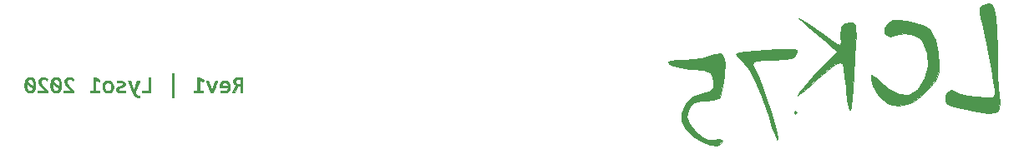
<source format=gbr>
%TF.GenerationSoftware,KiCad,Pcbnew,(5.1.7)-1*%
%TF.CreationDate,2020-10-01T02:14:01-04:00*%
%TF.ProjectId,LCK75,4c434b37-352e-46b6-9963-61645f706362,rev?*%
%TF.SameCoordinates,Original*%
%TF.FileFunction,Legend,Bot*%
%TF.FilePolarity,Positive*%
%FSLAX46Y46*%
G04 Gerber Fmt 4.6, Leading zero omitted, Abs format (unit mm)*
G04 Created by KiCad (PCBNEW (5.1.7)-1) date 2020-10-01 02:14:01*
%MOMM*%
%LPD*%
G01*
G04 APERTURE LIST*
%ADD10C,0.010000*%
G04 APERTURE END LIST*
D10*
%TO.C,G\u002A\u002A\u002A*%
G36*
X85134791Y-140144932D02*
G01*
X85101737Y-140146842D01*
X85085324Y-140151153D01*
X85081177Y-140158784D01*
X85083278Y-140166725D01*
X85089483Y-140182909D01*
X85103757Y-140220332D01*
X85125150Y-140276488D01*
X85152707Y-140348874D01*
X85185475Y-140434984D01*
X85222500Y-140532314D01*
X85262830Y-140638359D01*
X85294765Y-140722350D01*
X85357880Y-140887325D01*
X85413537Y-141030295D01*
X85462668Y-141153227D01*
X85506204Y-141258090D01*
X85545078Y-141346851D01*
X85580221Y-141421480D01*
X85612565Y-141483945D01*
X85643041Y-141536213D01*
X85672582Y-141580254D01*
X85702119Y-141618035D01*
X85732583Y-141651525D01*
X85736469Y-141655474D01*
X85813254Y-141723715D01*
X85890703Y-141771880D01*
X85974845Y-141802390D01*
X86071703Y-141817667D01*
X86147275Y-141820589D01*
X86245700Y-141820900D01*
X86245700Y-141634866D01*
X86140925Y-141635808D01*
X86085402Y-141635255D01*
X86046382Y-141631181D01*
X86015026Y-141621763D01*
X85982493Y-141605176D01*
X85977026Y-141601993D01*
X85933897Y-141571455D01*
X85893611Y-141534680D01*
X85880260Y-141519443D01*
X85854704Y-141483091D01*
X85827791Y-141438704D01*
X85803234Y-141393233D01*
X85784747Y-141353632D01*
X85776042Y-141326853D01*
X85775800Y-141323844D01*
X85780361Y-141309321D01*
X85793440Y-141273552D01*
X85814131Y-141218877D01*
X85841529Y-141147638D01*
X85874727Y-141062176D01*
X85912821Y-140964830D01*
X85954905Y-140857944D01*
X86000072Y-140743856D01*
X86004400Y-140732955D01*
X86049744Y-140618658D01*
X86092098Y-140511649D01*
X86130560Y-140414224D01*
X86164230Y-140328679D01*
X86192205Y-140257308D01*
X86213585Y-140202408D01*
X86227466Y-140166273D01*
X86232949Y-140151201D01*
X86233000Y-140150933D01*
X86221233Y-140148157D01*
X86189658Y-140146033D01*
X86143865Y-140144856D01*
X86115525Y-140144719D01*
X85998050Y-140144938D01*
X85833707Y-140586044D01*
X85795842Y-140687648D01*
X85760327Y-140782892D01*
X85728247Y-140868875D01*
X85700685Y-140942695D01*
X85678724Y-141001449D01*
X85663448Y-141042235D01*
X85655941Y-141062151D01*
X85655907Y-141062240D01*
X85651752Y-141069731D01*
X85646517Y-141070479D01*
X85639342Y-141062421D01*
X85629364Y-141043499D01*
X85615723Y-141011650D01*
X85597556Y-140964815D01*
X85574003Y-140900933D01*
X85544201Y-140817943D01*
X85507291Y-140713785D01*
X85491332Y-140668540D01*
X85455623Y-140567354D01*
X85421877Y-140471992D01*
X85391197Y-140385547D01*
X85364682Y-140311111D01*
X85343436Y-140251779D01*
X85328559Y-140210642D01*
X85321678Y-140192125D01*
X85303143Y-140144500D01*
X85188863Y-140144500D01*
X85134791Y-140144932D01*
G37*
X85134791Y-140144932D02*
X85101737Y-140146842D01*
X85085324Y-140151153D01*
X85081177Y-140158784D01*
X85083278Y-140166725D01*
X85089483Y-140182909D01*
X85103757Y-140220332D01*
X85125150Y-140276488D01*
X85152707Y-140348874D01*
X85185475Y-140434984D01*
X85222500Y-140532314D01*
X85262830Y-140638359D01*
X85294765Y-140722350D01*
X85357880Y-140887325D01*
X85413537Y-141030295D01*
X85462668Y-141153227D01*
X85506204Y-141258090D01*
X85545078Y-141346851D01*
X85580221Y-141421480D01*
X85612565Y-141483945D01*
X85643041Y-141536213D01*
X85672582Y-141580254D01*
X85702119Y-141618035D01*
X85732583Y-141651525D01*
X85736469Y-141655474D01*
X85813254Y-141723715D01*
X85890703Y-141771880D01*
X85974845Y-141802390D01*
X86071703Y-141817667D01*
X86147275Y-141820589D01*
X86245700Y-141820900D01*
X86245700Y-141634866D01*
X86140925Y-141635808D01*
X86085402Y-141635255D01*
X86046382Y-141631181D01*
X86015026Y-141621763D01*
X85982493Y-141605176D01*
X85977026Y-141601993D01*
X85933897Y-141571455D01*
X85893611Y-141534680D01*
X85880260Y-141519443D01*
X85854704Y-141483091D01*
X85827791Y-141438704D01*
X85803234Y-141393233D01*
X85784747Y-141353632D01*
X85776042Y-141326853D01*
X85775800Y-141323844D01*
X85780361Y-141309321D01*
X85793440Y-141273552D01*
X85814131Y-141218877D01*
X85841529Y-141147638D01*
X85874727Y-141062176D01*
X85912821Y-140964830D01*
X85954905Y-140857944D01*
X86000072Y-140743856D01*
X86004400Y-140732955D01*
X86049744Y-140618658D01*
X86092098Y-140511649D01*
X86130560Y-140414224D01*
X86164230Y-140328679D01*
X86192205Y-140257308D01*
X86213585Y-140202408D01*
X86227466Y-140166273D01*
X86232949Y-140151201D01*
X86233000Y-140150933D01*
X86221233Y-140148157D01*
X86189658Y-140146033D01*
X86143865Y-140144856D01*
X86115525Y-140144719D01*
X85998050Y-140144938D01*
X85833707Y-140586044D01*
X85795842Y-140687648D01*
X85760327Y-140782892D01*
X85728247Y-140868875D01*
X85700685Y-140942695D01*
X85678724Y-141001449D01*
X85663448Y-141042235D01*
X85655941Y-141062151D01*
X85655907Y-141062240D01*
X85651752Y-141069731D01*
X85646517Y-141070479D01*
X85639342Y-141062421D01*
X85629364Y-141043499D01*
X85615723Y-141011650D01*
X85597556Y-140964815D01*
X85574003Y-140900933D01*
X85544201Y-140817943D01*
X85507291Y-140713785D01*
X85491332Y-140668540D01*
X85455623Y-140567354D01*
X85421877Y-140471992D01*
X85391197Y-140385547D01*
X85364682Y-140311111D01*
X85343436Y-140251779D01*
X85328559Y-140210642D01*
X85321678Y-140192125D01*
X85303143Y-140144500D01*
X85188863Y-140144500D01*
X85134791Y-140144932D01*
G36*
X89509600Y-141808200D02*
G01*
X89700100Y-141808200D01*
X89700100Y-139407900D01*
X89509600Y-139407900D01*
X89509600Y-141808200D01*
G37*
X89509600Y-141808200D02*
X89700100Y-141808200D01*
X89700100Y-139407900D01*
X89509600Y-139407900D01*
X89509600Y-141808200D01*
G36*
X94790983Y-140126228D02*
G01*
X94743939Y-140128396D01*
X94708053Y-140133548D01*
X94676208Y-140142825D01*
X94641288Y-140157371D01*
X94631075Y-140162042D01*
X94539734Y-140217459D01*
X94465847Y-140291077D01*
X94409681Y-140382394D01*
X94371501Y-140490908D01*
X94351575Y-140616118D01*
X94348488Y-140693775D01*
X94348300Y-140804900D01*
X95177328Y-140804900D01*
X95170623Y-140878844D01*
X95151797Y-140969142D01*
X95112705Y-141044338D01*
X95052734Y-141105293D01*
X94976950Y-141150294D01*
X94945297Y-141163387D01*
X94914089Y-141171837D01*
X94876640Y-141176542D01*
X94826264Y-141178399D01*
X94767400Y-141178400D01*
X94661013Y-141174936D01*
X94568675Y-141165535D01*
X94479467Y-141148924D01*
X94445797Y-141140878D01*
X94410570Y-141132037D01*
X94418150Y-141305595D01*
X94494350Y-141322185D01*
X94541694Y-141329678D01*
X94605848Y-141335963D01*
X94680643Y-141340843D01*
X94759911Y-141344117D01*
X94837483Y-141345588D01*
X94907190Y-141345055D01*
X94962863Y-141342321D01*
X94993762Y-141338288D01*
X95094375Y-141305411D01*
X95185289Y-141253255D01*
X95262186Y-141185126D01*
X95320752Y-141104335D01*
X95334654Y-141076923D01*
X95369444Y-140976943D01*
X95390681Y-140863204D01*
X95397857Y-140743742D01*
X95392099Y-140652500D01*
X95177104Y-140652500D01*
X94560703Y-140652500D01*
X94568898Y-140579475D01*
X94588602Y-140491056D01*
X94625216Y-140414331D01*
X94676220Y-140353802D01*
X94708629Y-140329579D01*
X94746263Y-140308625D01*
X94780486Y-140296988D01*
X94821875Y-140292009D01*
X94861812Y-140291056D01*
X94914101Y-140292192D01*
X94951578Y-140298027D01*
X94984743Y-140311153D01*
X95016027Y-140329141D01*
X95055617Y-140357678D01*
X95086105Y-140391501D01*
X95114938Y-140439262D01*
X95121201Y-140451325D01*
X95143967Y-140502442D01*
X95161801Y-140554378D01*
X95170477Y-140593709D01*
X95177104Y-140652500D01*
X95392099Y-140652500D01*
X95390463Y-140626594D01*
X95369578Y-140525098D01*
X95324404Y-140410409D01*
X95261545Y-140311133D01*
X95182780Y-140229459D01*
X95089885Y-140167577D01*
X95072200Y-140158895D01*
X95038332Y-140144372D01*
X95006656Y-140134867D01*
X94970263Y-140129323D01*
X94922245Y-140126687D01*
X94856300Y-140125903D01*
X94790983Y-140126228D01*
G37*
X94790983Y-140126228D02*
X94743939Y-140128396D01*
X94708053Y-140133548D01*
X94676208Y-140142825D01*
X94641288Y-140157371D01*
X94631075Y-140162042D01*
X94539734Y-140217459D01*
X94465847Y-140291077D01*
X94409681Y-140382394D01*
X94371501Y-140490908D01*
X94351575Y-140616118D01*
X94348488Y-140693775D01*
X94348300Y-140804900D01*
X95177328Y-140804900D01*
X95170623Y-140878844D01*
X95151797Y-140969142D01*
X95112705Y-141044338D01*
X95052734Y-141105293D01*
X94976950Y-141150294D01*
X94945297Y-141163387D01*
X94914089Y-141171837D01*
X94876640Y-141176542D01*
X94826264Y-141178399D01*
X94767400Y-141178400D01*
X94661013Y-141174936D01*
X94568675Y-141165535D01*
X94479467Y-141148924D01*
X94445797Y-141140878D01*
X94410570Y-141132037D01*
X94418150Y-141305595D01*
X94494350Y-141322185D01*
X94541694Y-141329678D01*
X94605848Y-141335963D01*
X94680643Y-141340843D01*
X94759911Y-141344117D01*
X94837483Y-141345588D01*
X94907190Y-141345055D01*
X94962863Y-141342321D01*
X94993762Y-141338288D01*
X95094375Y-141305411D01*
X95185289Y-141253255D01*
X95262186Y-141185126D01*
X95320752Y-141104335D01*
X95334654Y-141076923D01*
X95369444Y-140976943D01*
X95390681Y-140863204D01*
X95397857Y-140743742D01*
X95392099Y-140652500D01*
X95177104Y-140652500D01*
X94560703Y-140652500D01*
X94568898Y-140579475D01*
X94588602Y-140491056D01*
X94625216Y-140414331D01*
X94676220Y-140353802D01*
X94708629Y-140329579D01*
X94746263Y-140308625D01*
X94780486Y-140296988D01*
X94821875Y-140292009D01*
X94861812Y-140291056D01*
X94914101Y-140292192D01*
X94951578Y-140298027D01*
X94984743Y-140311153D01*
X95016027Y-140329141D01*
X95055617Y-140357678D01*
X95086105Y-140391501D01*
X95114938Y-140439262D01*
X95121201Y-140451325D01*
X95143967Y-140502442D01*
X95161801Y-140554378D01*
X95170477Y-140593709D01*
X95177104Y-140652500D01*
X95392099Y-140652500D01*
X95390463Y-140626594D01*
X95369578Y-140525098D01*
X95324404Y-140410409D01*
X95261545Y-140311133D01*
X95182780Y-140229459D01*
X95089885Y-140167577D01*
X95072200Y-140158895D01*
X95038332Y-140144372D01*
X95006656Y-140134867D01*
X94970263Y-140129323D01*
X94922245Y-140126687D01*
X94856300Y-140125903D01*
X94790983Y-140126228D01*
G36*
X84169794Y-140122571D02*
G01*
X84092950Y-140129642D01*
X84074000Y-140132377D01*
X84016710Y-140141556D01*
X83979856Y-140149917D01*
X83958948Y-140161514D01*
X83949494Y-140180397D01*
X83947001Y-140210620D01*
X83947000Y-140246955D01*
X83947735Y-140290541D01*
X83949665Y-140322027D01*
X83952385Y-140334955D01*
X83952562Y-140335000D01*
X83966770Y-140332231D01*
X83998866Y-140324951D01*
X84042069Y-140314701D01*
X84044637Y-140314081D01*
X84102951Y-140303676D01*
X84176458Y-140296019D01*
X84255013Y-140292105D01*
X84270850Y-140291856D01*
X84357270Y-140293816D01*
X84422741Y-140302486D01*
X84471160Y-140319295D01*
X84506424Y-140345674D01*
X84532430Y-140383052D01*
X84535396Y-140388922D01*
X84551456Y-140435109D01*
X84550526Y-140476113D01*
X84531152Y-140513368D01*
X84491876Y-140548307D01*
X84431242Y-140582363D01*
X84347795Y-140616970D01*
X84279536Y-140640802D01*
X84162251Y-140682296D01*
X84068084Y-140722282D01*
X83994990Y-140762700D01*
X83940922Y-140805491D01*
X83903833Y-140852596D01*
X83881678Y-140905956D01*
X83872410Y-140967512D01*
X83873046Y-141026336D01*
X83879300Y-141081212D01*
X83892179Y-141122584D01*
X83915378Y-141162179D01*
X83916238Y-141163413D01*
X83969495Y-141221912D01*
X84039951Y-141273646D01*
X84119424Y-141312911D01*
X84141933Y-141320815D01*
X84191650Y-141331651D01*
X84259917Y-141339693D01*
X84340022Y-141344775D01*
X84425253Y-141346732D01*
X84508897Y-141345398D01*
X84584241Y-141340607D01*
X84639940Y-141333102D01*
X84701834Y-141321380D01*
X84743117Y-141311612D01*
X84767945Y-141300106D01*
X84780471Y-141283174D01*
X84784852Y-141257125D01*
X84785241Y-141218269D01*
X84785200Y-141204094D01*
X84784540Y-141158788D01*
X84782794Y-141125362D01*
X84780316Y-141110052D01*
X84779853Y-141109700D01*
X84765959Y-141112500D01*
X84733226Y-141120002D01*
X84687486Y-141130854D01*
X84662378Y-141136916D01*
X84580895Y-141152475D01*
X84491795Y-141162420D01*
X84401472Y-141166663D01*
X84316316Y-141165118D01*
X84242720Y-141157695D01*
X84187076Y-141144308D01*
X84184855Y-141143471D01*
X84130105Y-141111868D01*
X84097427Y-141067745D01*
X84086700Y-141011556D01*
X84090501Y-140978962D01*
X84103663Y-140950542D01*
X84128827Y-140924552D01*
X84168633Y-140899247D01*
X84225721Y-140872881D01*
X84302731Y-140843710D01*
X84381138Y-140816955D01*
X84469135Y-140786474D01*
X84537335Y-140759163D01*
X84590665Y-140732364D01*
X84634050Y-140703416D01*
X84672416Y-140669660D01*
X84692405Y-140648904D01*
X84732681Y-140595743D01*
X84755332Y-140539577D01*
X84758216Y-140527357D01*
X84764757Y-140441678D01*
X84747674Y-140361765D01*
X84708458Y-140289602D01*
X84648603Y-140227172D01*
X84569599Y-140176460D01*
X84472940Y-140139450D01*
X84464779Y-140137218D01*
X84408788Y-140127314D01*
X84335661Y-140121506D01*
X84253347Y-140119892D01*
X84169794Y-140122571D01*
G37*
X84169794Y-140122571D02*
X84092950Y-140129642D01*
X84074000Y-140132377D01*
X84016710Y-140141556D01*
X83979856Y-140149917D01*
X83958948Y-140161514D01*
X83949494Y-140180397D01*
X83947001Y-140210620D01*
X83947000Y-140246955D01*
X83947735Y-140290541D01*
X83949665Y-140322027D01*
X83952385Y-140334955D01*
X83952562Y-140335000D01*
X83966770Y-140332231D01*
X83998866Y-140324951D01*
X84042069Y-140314701D01*
X84044637Y-140314081D01*
X84102951Y-140303676D01*
X84176458Y-140296019D01*
X84255013Y-140292105D01*
X84270850Y-140291856D01*
X84357270Y-140293816D01*
X84422741Y-140302486D01*
X84471160Y-140319295D01*
X84506424Y-140345674D01*
X84532430Y-140383052D01*
X84535396Y-140388922D01*
X84551456Y-140435109D01*
X84550526Y-140476113D01*
X84531152Y-140513368D01*
X84491876Y-140548307D01*
X84431242Y-140582363D01*
X84347795Y-140616970D01*
X84279536Y-140640802D01*
X84162251Y-140682296D01*
X84068084Y-140722282D01*
X83994990Y-140762700D01*
X83940922Y-140805491D01*
X83903833Y-140852596D01*
X83881678Y-140905956D01*
X83872410Y-140967512D01*
X83873046Y-141026336D01*
X83879300Y-141081212D01*
X83892179Y-141122584D01*
X83915378Y-141162179D01*
X83916238Y-141163413D01*
X83969495Y-141221912D01*
X84039951Y-141273646D01*
X84119424Y-141312911D01*
X84141933Y-141320815D01*
X84191650Y-141331651D01*
X84259917Y-141339693D01*
X84340022Y-141344775D01*
X84425253Y-141346732D01*
X84508897Y-141345398D01*
X84584241Y-141340607D01*
X84639940Y-141333102D01*
X84701834Y-141321380D01*
X84743117Y-141311612D01*
X84767945Y-141300106D01*
X84780471Y-141283174D01*
X84784852Y-141257125D01*
X84785241Y-141218269D01*
X84785200Y-141204094D01*
X84784540Y-141158788D01*
X84782794Y-141125362D01*
X84780316Y-141110052D01*
X84779853Y-141109700D01*
X84765959Y-141112500D01*
X84733226Y-141120002D01*
X84687486Y-141130854D01*
X84662378Y-141136916D01*
X84580895Y-141152475D01*
X84491795Y-141162420D01*
X84401472Y-141166663D01*
X84316316Y-141165118D01*
X84242720Y-141157695D01*
X84187076Y-141144308D01*
X84184855Y-141143471D01*
X84130105Y-141111868D01*
X84097427Y-141067745D01*
X84086700Y-141011556D01*
X84090501Y-140978962D01*
X84103663Y-140950542D01*
X84128827Y-140924552D01*
X84168633Y-140899247D01*
X84225721Y-140872881D01*
X84302731Y-140843710D01*
X84381138Y-140816955D01*
X84469135Y-140786474D01*
X84537335Y-140759163D01*
X84590665Y-140732364D01*
X84634050Y-140703416D01*
X84672416Y-140669660D01*
X84692405Y-140648904D01*
X84732681Y-140595743D01*
X84755332Y-140539577D01*
X84758216Y-140527357D01*
X84764757Y-140441678D01*
X84747674Y-140361765D01*
X84708458Y-140289602D01*
X84648603Y-140227172D01*
X84569599Y-140176460D01*
X84472940Y-140139450D01*
X84464779Y-140137218D01*
X84408788Y-140127314D01*
X84335661Y-140121506D01*
X84253347Y-140119892D01*
X84169794Y-140122571D01*
G36*
X83013550Y-140125978D02*
G01*
X82916201Y-140129514D01*
X82837643Y-140140672D01*
X82771908Y-140161409D01*
X82713025Y-140193682D01*
X82655026Y-140239449D01*
X82647929Y-140245861D01*
X82581021Y-140319184D01*
X82531310Y-140402507D01*
X82497669Y-140498921D01*
X82478973Y-140611513D01*
X82473988Y-140722856D01*
X82483414Y-140859784D01*
X82511626Y-140982283D01*
X82557896Y-141089240D01*
X82621493Y-141179544D01*
X82701686Y-141252081D01*
X82797744Y-141305738D01*
X82873344Y-141331289D01*
X82944780Y-141343947D01*
X83026868Y-141349283D01*
X83108994Y-141347224D01*
X83180544Y-141337695D01*
X83197700Y-141333552D01*
X83303780Y-141292456D01*
X83393165Y-141232595D01*
X83465412Y-141154725D01*
X83520078Y-141059602D01*
X83556718Y-140947982D01*
X83574890Y-140820621D01*
X83574921Y-140741400D01*
X83355964Y-140741400D01*
X83355837Y-140808608D01*
X83354268Y-140856979D01*
X83350193Y-140893070D01*
X83342551Y-140923443D01*
X83330281Y-140954655D01*
X83316683Y-140984078D01*
X83268252Y-141062927D01*
X83207786Y-141119585D01*
X83134444Y-141154532D01*
X83047383Y-141168249D01*
X82996196Y-141167135D01*
X82919512Y-141154204D01*
X82859135Y-141128240D01*
X82794410Y-141078081D01*
X82745814Y-141012226D01*
X82712828Y-140929332D01*
X82694934Y-140828055D01*
X82691613Y-140707053D01*
X82692003Y-140695349D01*
X82702213Y-140586416D01*
X82724576Y-140497940D01*
X82760301Y-140427454D01*
X82810594Y-140372496D01*
X82868833Y-140334518D01*
X82951474Y-140305258D01*
X83035926Y-140299139D01*
X83118108Y-140314594D01*
X83193937Y-140350057D01*
X83259331Y-140403962D01*
X83310207Y-140474743D01*
X83326677Y-140510162D01*
X83339386Y-140545983D01*
X83347833Y-140581754D01*
X83352857Y-140624096D01*
X83355297Y-140679628D01*
X83355964Y-140741400D01*
X83574921Y-140741400D01*
X83574942Y-140690650D01*
X83557341Y-140557229D01*
X83521095Y-140440912D01*
X83465941Y-140341267D01*
X83391612Y-140257866D01*
X83297843Y-140190278D01*
X83250782Y-140165639D01*
X83213159Y-140148486D01*
X83181888Y-140137086D01*
X83150116Y-140130294D01*
X83110986Y-140126962D01*
X83057642Y-140125945D01*
X83013550Y-140125978D01*
G37*
X83013550Y-140125978D02*
X82916201Y-140129514D01*
X82837643Y-140140672D01*
X82771908Y-140161409D01*
X82713025Y-140193682D01*
X82655026Y-140239449D01*
X82647929Y-140245861D01*
X82581021Y-140319184D01*
X82531310Y-140402507D01*
X82497669Y-140498921D01*
X82478973Y-140611513D01*
X82473988Y-140722856D01*
X82483414Y-140859784D01*
X82511626Y-140982283D01*
X82557896Y-141089240D01*
X82621493Y-141179544D01*
X82701686Y-141252081D01*
X82797744Y-141305738D01*
X82873344Y-141331289D01*
X82944780Y-141343947D01*
X83026868Y-141349283D01*
X83108994Y-141347224D01*
X83180544Y-141337695D01*
X83197700Y-141333552D01*
X83303780Y-141292456D01*
X83393165Y-141232595D01*
X83465412Y-141154725D01*
X83520078Y-141059602D01*
X83556718Y-140947982D01*
X83574890Y-140820621D01*
X83574921Y-140741400D01*
X83355964Y-140741400D01*
X83355837Y-140808608D01*
X83354268Y-140856979D01*
X83350193Y-140893070D01*
X83342551Y-140923443D01*
X83330281Y-140954655D01*
X83316683Y-140984078D01*
X83268252Y-141062927D01*
X83207786Y-141119585D01*
X83134444Y-141154532D01*
X83047383Y-141168249D01*
X82996196Y-141167135D01*
X82919512Y-141154204D01*
X82859135Y-141128240D01*
X82794410Y-141078081D01*
X82745814Y-141012226D01*
X82712828Y-140929332D01*
X82694934Y-140828055D01*
X82691613Y-140707053D01*
X82692003Y-140695349D01*
X82702213Y-140586416D01*
X82724576Y-140497940D01*
X82760301Y-140427454D01*
X82810594Y-140372496D01*
X82868833Y-140334518D01*
X82951474Y-140305258D01*
X83035926Y-140299139D01*
X83118108Y-140314594D01*
X83193937Y-140350057D01*
X83259331Y-140403962D01*
X83310207Y-140474743D01*
X83326677Y-140510162D01*
X83339386Y-140545983D01*
X83347833Y-140581754D01*
X83352857Y-140624096D01*
X83355297Y-140679628D01*
X83355964Y-140741400D01*
X83574921Y-140741400D01*
X83574942Y-140690650D01*
X83557341Y-140557229D01*
X83521095Y-140440912D01*
X83465941Y-140341267D01*
X83391612Y-140257866D01*
X83297843Y-140190278D01*
X83250782Y-140165639D01*
X83213159Y-140148486D01*
X83181888Y-140137086D01*
X83150116Y-140130294D01*
X83110986Y-140126962D01*
X83057642Y-140125945D01*
X83013550Y-140125978D01*
G36*
X77679750Y-139770313D02*
G01*
X77634664Y-139772627D01*
X77600074Y-139778171D01*
X77568534Y-139788328D01*
X77532592Y-139804479D01*
X77518186Y-139811513D01*
X77428678Y-139868493D01*
X77353921Y-139944310D01*
X77293653Y-140039498D01*
X77247613Y-140154592D01*
X77215537Y-140290125D01*
X77197164Y-140446631D01*
X77195827Y-140467540D01*
X77194308Y-140628820D01*
X77208855Y-140777606D01*
X77238786Y-140912432D01*
X77283419Y-141031831D01*
X77342073Y-141134340D01*
X77414065Y-141218492D01*
X77498714Y-141282822D01*
X77595163Y-141325809D01*
X77665000Y-141341185D01*
X77745288Y-141348981D01*
X77824833Y-141348700D01*
X77892443Y-141339845D01*
X77895450Y-141339134D01*
X77995869Y-141302149D01*
X78083707Y-141243260D01*
X78158679Y-141162791D01*
X78220499Y-141061065D01*
X78268881Y-140938405D01*
X78278291Y-140906500D01*
X78279594Y-140901049D01*
X78051674Y-140901049D01*
X78045502Y-140924933D01*
X78036339Y-140949604D01*
X77997108Y-141031452D01*
X77948658Y-141092179D01*
X77887603Y-141135384D01*
X77843916Y-141154250D01*
X77773610Y-141170869D01*
X77705658Y-141167083D01*
X77672214Y-141158703D01*
X77601812Y-141124545D01*
X77540175Y-141067646D01*
X77488508Y-140989516D01*
X77448018Y-140891664D01*
X77441396Y-140869960D01*
X77432521Y-140829455D01*
X77424480Y-140774929D01*
X77417565Y-140711371D01*
X77412068Y-140643770D01*
X77408281Y-140577116D01*
X77406497Y-140516396D01*
X77407006Y-140466601D01*
X77410102Y-140432719D01*
X77415073Y-140420100D01*
X77427826Y-140425628D01*
X77458003Y-140444878D01*
X77502978Y-140475984D01*
X77560122Y-140517079D01*
X77626807Y-140566297D01*
X77700403Y-140621770D01*
X77718388Y-140635491D01*
X77794186Y-140693401D01*
X77864326Y-140746903D01*
X77926012Y-140793871D01*
X77976445Y-140832177D01*
X78012831Y-140859695D01*
X78032371Y-140874297D01*
X78033933Y-140875426D01*
X78047906Y-140887269D01*
X78051674Y-140901049D01*
X78279594Y-140901049D01*
X78286719Y-140871261D01*
X78292914Y-140831960D01*
X78297187Y-140784127D01*
X78299845Y-140723291D01*
X78301198Y-140644980D01*
X78301319Y-140618651D01*
X78104375Y-140618651D01*
X78102266Y-140651447D01*
X78100574Y-140658416D01*
X78098182Y-140665639D01*
X78095520Y-140670766D01*
X78090380Y-140672369D01*
X78080558Y-140669021D01*
X78063847Y-140659296D01*
X78038042Y-140641767D01*
X78000937Y-140615006D01*
X77950326Y-140577588D01*
X77884002Y-140528085D01*
X77799761Y-140465069D01*
X77787500Y-140455902D01*
X77713393Y-140400552D01*
X77644620Y-140349294D01*
X77584211Y-140304378D01*
X77535200Y-140268054D01*
X77500617Y-140242576D01*
X77483918Y-140230486D01*
X77453385Y-140209216D01*
X77476327Y-140148283D01*
X77508245Y-140088125D01*
X77554479Y-140031854D01*
X77608454Y-139985965D01*
X77663591Y-139956948D01*
X77673091Y-139954029D01*
X77757233Y-139942995D01*
X77835369Y-139955777D01*
X77906036Y-139991203D01*
X77967769Y-140048096D01*
X78019104Y-140125284D01*
X78058576Y-140221592D01*
X78072967Y-140274641D01*
X78081312Y-140319830D01*
X78088982Y-140377790D01*
X78095550Y-140442587D01*
X78100590Y-140508286D01*
X78103673Y-140568952D01*
X78104375Y-140618651D01*
X78301319Y-140618651D01*
X78301545Y-140569950D01*
X78301388Y-140480200D01*
X78300406Y-140411002D01*
X78298206Y-140357508D01*
X78294392Y-140314872D01*
X78288567Y-140278249D01*
X78280338Y-140242793D01*
X78272566Y-140214795D01*
X78226345Y-140087745D01*
X78167168Y-139982064D01*
X78094397Y-139896908D01*
X78007391Y-139831431D01*
X77965300Y-139809049D01*
X77926553Y-139791542D01*
X77893863Y-139780190D01*
X77859740Y-139773672D01*
X77816696Y-139770670D01*
X77757241Y-139769863D01*
X77742783Y-139769850D01*
X77679750Y-139770313D01*
G37*
X77679750Y-139770313D02*
X77634664Y-139772627D01*
X77600074Y-139778171D01*
X77568534Y-139788328D01*
X77532592Y-139804479D01*
X77518186Y-139811513D01*
X77428678Y-139868493D01*
X77353921Y-139944310D01*
X77293653Y-140039498D01*
X77247613Y-140154592D01*
X77215537Y-140290125D01*
X77197164Y-140446631D01*
X77195827Y-140467540D01*
X77194308Y-140628820D01*
X77208855Y-140777606D01*
X77238786Y-140912432D01*
X77283419Y-141031831D01*
X77342073Y-141134340D01*
X77414065Y-141218492D01*
X77498714Y-141282822D01*
X77595163Y-141325809D01*
X77665000Y-141341185D01*
X77745288Y-141348981D01*
X77824833Y-141348700D01*
X77892443Y-141339845D01*
X77895450Y-141339134D01*
X77995869Y-141302149D01*
X78083707Y-141243260D01*
X78158679Y-141162791D01*
X78220499Y-141061065D01*
X78268881Y-140938405D01*
X78278291Y-140906500D01*
X78279594Y-140901049D01*
X78051674Y-140901049D01*
X78045502Y-140924933D01*
X78036339Y-140949604D01*
X77997108Y-141031452D01*
X77948658Y-141092179D01*
X77887603Y-141135384D01*
X77843916Y-141154250D01*
X77773610Y-141170869D01*
X77705658Y-141167083D01*
X77672214Y-141158703D01*
X77601812Y-141124545D01*
X77540175Y-141067646D01*
X77488508Y-140989516D01*
X77448018Y-140891664D01*
X77441396Y-140869960D01*
X77432521Y-140829455D01*
X77424480Y-140774929D01*
X77417565Y-140711371D01*
X77412068Y-140643770D01*
X77408281Y-140577116D01*
X77406497Y-140516396D01*
X77407006Y-140466601D01*
X77410102Y-140432719D01*
X77415073Y-140420100D01*
X77427826Y-140425628D01*
X77458003Y-140444878D01*
X77502978Y-140475984D01*
X77560122Y-140517079D01*
X77626807Y-140566297D01*
X77700403Y-140621770D01*
X77718388Y-140635491D01*
X77794186Y-140693401D01*
X77864326Y-140746903D01*
X77926012Y-140793871D01*
X77976445Y-140832177D01*
X78012831Y-140859695D01*
X78032371Y-140874297D01*
X78033933Y-140875426D01*
X78047906Y-140887269D01*
X78051674Y-140901049D01*
X78279594Y-140901049D01*
X78286719Y-140871261D01*
X78292914Y-140831960D01*
X78297187Y-140784127D01*
X78299845Y-140723291D01*
X78301198Y-140644980D01*
X78301319Y-140618651D01*
X78104375Y-140618651D01*
X78102266Y-140651447D01*
X78100574Y-140658416D01*
X78098182Y-140665639D01*
X78095520Y-140670766D01*
X78090380Y-140672369D01*
X78080558Y-140669021D01*
X78063847Y-140659296D01*
X78038042Y-140641767D01*
X78000937Y-140615006D01*
X77950326Y-140577588D01*
X77884002Y-140528085D01*
X77799761Y-140465069D01*
X77787500Y-140455902D01*
X77713393Y-140400552D01*
X77644620Y-140349294D01*
X77584211Y-140304378D01*
X77535200Y-140268054D01*
X77500617Y-140242576D01*
X77483918Y-140230486D01*
X77453385Y-140209216D01*
X77476327Y-140148283D01*
X77508245Y-140088125D01*
X77554479Y-140031854D01*
X77608454Y-139985965D01*
X77663591Y-139956948D01*
X77673091Y-139954029D01*
X77757233Y-139942995D01*
X77835369Y-139955777D01*
X77906036Y-139991203D01*
X77967769Y-140048096D01*
X78019104Y-140125284D01*
X78058576Y-140221592D01*
X78072967Y-140274641D01*
X78081312Y-140319830D01*
X78088982Y-140377790D01*
X78095550Y-140442587D01*
X78100590Y-140508286D01*
X78103673Y-140568952D01*
X78104375Y-140618651D01*
X78301319Y-140618651D01*
X78301545Y-140569950D01*
X78301388Y-140480200D01*
X78300406Y-140411002D01*
X78298206Y-140357508D01*
X78294392Y-140314872D01*
X78288567Y-140278249D01*
X78280338Y-140242793D01*
X78272566Y-140214795D01*
X78226345Y-140087745D01*
X78167168Y-139982064D01*
X78094397Y-139896908D01*
X78007391Y-139831431D01*
X77965300Y-139809049D01*
X77926553Y-139791542D01*
X77893863Y-139780190D01*
X77859740Y-139773672D01*
X77816696Y-139770670D01*
X77757241Y-139769863D01*
X77742783Y-139769850D01*
X77679750Y-139770313D01*
G36*
X75050850Y-139770313D02*
G01*
X75005764Y-139772627D01*
X74971174Y-139778171D01*
X74939634Y-139788328D01*
X74903692Y-139804479D01*
X74889286Y-139811513D01*
X74799778Y-139868493D01*
X74725021Y-139944310D01*
X74664753Y-140039498D01*
X74618713Y-140154592D01*
X74586637Y-140290125D01*
X74568264Y-140446631D01*
X74566927Y-140467540D01*
X74565408Y-140628820D01*
X74579955Y-140777606D01*
X74609886Y-140912432D01*
X74654519Y-141031831D01*
X74713173Y-141134340D01*
X74785165Y-141218492D01*
X74869814Y-141282822D01*
X74966263Y-141325809D01*
X75036100Y-141341185D01*
X75116388Y-141348981D01*
X75195933Y-141348700D01*
X75263543Y-141339845D01*
X75266550Y-141339134D01*
X75366969Y-141302149D01*
X75454807Y-141243260D01*
X75529779Y-141162791D01*
X75591599Y-141061065D01*
X75639981Y-140938405D01*
X75649391Y-140906500D01*
X75650694Y-140901049D01*
X75422774Y-140901049D01*
X75416602Y-140924933D01*
X75407439Y-140949604D01*
X75368208Y-141031452D01*
X75319758Y-141092179D01*
X75258703Y-141135384D01*
X75215016Y-141154250D01*
X75144710Y-141170869D01*
X75076758Y-141167083D01*
X75043314Y-141158703D01*
X74972912Y-141124545D01*
X74911275Y-141067646D01*
X74859608Y-140989516D01*
X74819118Y-140891664D01*
X74812496Y-140869960D01*
X74803621Y-140829455D01*
X74795580Y-140774929D01*
X74788665Y-140711371D01*
X74783168Y-140643770D01*
X74779381Y-140577116D01*
X74777597Y-140516396D01*
X74778106Y-140466601D01*
X74781202Y-140432719D01*
X74786173Y-140420100D01*
X74798926Y-140425628D01*
X74829103Y-140444878D01*
X74874078Y-140475984D01*
X74931222Y-140517079D01*
X74997907Y-140566297D01*
X75071503Y-140621770D01*
X75089488Y-140635491D01*
X75165286Y-140693401D01*
X75235426Y-140746903D01*
X75297112Y-140793871D01*
X75347545Y-140832177D01*
X75383931Y-140859695D01*
X75403471Y-140874297D01*
X75405033Y-140875426D01*
X75419006Y-140887269D01*
X75422774Y-140901049D01*
X75650694Y-140901049D01*
X75657819Y-140871261D01*
X75664014Y-140831960D01*
X75668287Y-140784127D01*
X75670945Y-140723291D01*
X75672298Y-140644980D01*
X75672419Y-140618651D01*
X75475475Y-140618651D01*
X75473366Y-140651447D01*
X75471674Y-140658416D01*
X75469282Y-140665639D01*
X75466620Y-140670766D01*
X75461480Y-140672369D01*
X75451658Y-140669021D01*
X75434947Y-140659296D01*
X75409142Y-140641767D01*
X75372037Y-140615006D01*
X75321426Y-140577588D01*
X75255102Y-140528085D01*
X75170861Y-140465069D01*
X75158600Y-140455902D01*
X75084493Y-140400552D01*
X75015720Y-140349294D01*
X74955311Y-140304378D01*
X74906300Y-140268054D01*
X74871717Y-140242576D01*
X74855018Y-140230486D01*
X74824485Y-140209216D01*
X74847427Y-140148283D01*
X74879345Y-140088125D01*
X74925579Y-140031854D01*
X74979554Y-139985965D01*
X75034691Y-139956948D01*
X75044191Y-139954029D01*
X75128333Y-139942995D01*
X75206469Y-139955777D01*
X75277136Y-139991203D01*
X75338869Y-140048096D01*
X75390204Y-140125284D01*
X75429676Y-140221592D01*
X75444067Y-140274641D01*
X75452412Y-140319830D01*
X75460082Y-140377790D01*
X75466650Y-140442587D01*
X75471690Y-140508286D01*
X75474773Y-140568952D01*
X75475475Y-140618651D01*
X75672419Y-140618651D01*
X75672645Y-140569950D01*
X75672488Y-140480200D01*
X75671506Y-140411002D01*
X75669306Y-140357508D01*
X75665492Y-140314872D01*
X75659667Y-140278249D01*
X75651438Y-140242793D01*
X75643666Y-140214795D01*
X75597445Y-140087745D01*
X75538268Y-139982064D01*
X75465497Y-139896908D01*
X75378491Y-139831431D01*
X75336400Y-139809049D01*
X75297653Y-139791542D01*
X75264963Y-139780190D01*
X75230840Y-139773672D01*
X75187796Y-139770670D01*
X75128341Y-139769863D01*
X75113883Y-139769850D01*
X75050850Y-139770313D01*
G37*
X75050850Y-139770313D02*
X75005764Y-139772627D01*
X74971174Y-139778171D01*
X74939634Y-139788328D01*
X74903692Y-139804479D01*
X74889286Y-139811513D01*
X74799778Y-139868493D01*
X74725021Y-139944310D01*
X74664753Y-140039498D01*
X74618713Y-140154592D01*
X74586637Y-140290125D01*
X74568264Y-140446631D01*
X74566927Y-140467540D01*
X74565408Y-140628820D01*
X74579955Y-140777606D01*
X74609886Y-140912432D01*
X74654519Y-141031831D01*
X74713173Y-141134340D01*
X74785165Y-141218492D01*
X74869814Y-141282822D01*
X74966263Y-141325809D01*
X75036100Y-141341185D01*
X75116388Y-141348981D01*
X75195933Y-141348700D01*
X75263543Y-141339845D01*
X75266550Y-141339134D01*
X75366969Y-141302149D01*
X75454807Y-141243260D01*
X75529779Y-141162791D01*
X75591599Y-141061065D01*
X75639981Y-140938405D01*
X75649391Y-140906500D01*
X75650694Y-140901049D01*
X75422774Y-140901049D01*
X75416602Y-140924933D01*
X75407439Y-140949604D01*
X75368208Y-141031452D01*
X75319758Y-141092179D01*
X75258703Y-141135384D01*
X75215016Y-141154250D01*
X75144710Y-141170869D01*
X75076758Y-141167083D01*
X75043314Y-141158703D01*
X74972912Y-141124545D01*
X74911275Y-141067646D01*
X74859608Y-140989516D01*
X74819118Y-140891664D01*
X74812496Y-140869960D01*
X74803621Y-140829455D01*
X74795580Y-140774929D01*
X74788665Y-140711371D01*
X74783168Y-140643770D01*
X74779381Y-140577116D01*
X74777597Y-140516396D01*
X74778106Y-140466601D01*
X74781202Y-140432719D01*
X74786173Y-140420100D01*
X74798926Y-140425628D01*
X74829103Y-140444878D01*
X74874078Y-140475984D01*
X74931222Y-140517079D01*
X74997907Y-140566297D01*
X75071503Y-140621770D01*
X75089488Y-140635491D01*
X75165286Y-140693401D01*
X75235426Y-140746903D01*
X75297112Y-140793871D01*
X75347545Y-140832177D01*
X75383931Y-140859695D01*
X75403471Y-140874297D01*
X75405033Y-140875426D01*
X75419006Y-140887269D01*
X75422774Y-140901049D01*
X75650694Y-140901049D01*
X75657819Y-140871261D01*
X75664014Y-140831960D01*
X75668287Y-140784127D01*
X75670945Y-140723291D01*
X75672298Y-140644980D01*
X75672419Y-140618651D01*
X75475475Y-140618651D01*
X75473366Y-140651447D01*
X75471674Y-140658416D01*
X75469282Y-140665639D01*
X75466620Y-140670766D01*
X75461480Y-140672369D01*
X75451658Y-140669021D01*
X75434947Y-140659296D01*
X75409142Y-140641767D01*
X75372037Y-140615006D01*
X75321426Y-140577588D01*
X75255102Y-140528085D01*
X75170861Y-140465069D01*
X75158600Y-140455902D01*
X75084493Y-140400552D01*
X75015720Y-140349294D01*
X74955311Y-140304378D01*
X74906300Y-140268054D01*
X74871717Y-140242576D01*
X74855018Y-140230486D01*
X74824485Y-140209216D01*
X74847427Y-140148283D01*
X74879345Y-140088125D01*
X74925579Y-140031854D01*
X74979554Y-139985965D01*
X75034691Y-139956948D01*
X75044191Y-139954029D01*
X75128333Y-139942995D01*
X75206469Y-139955777D01*
X75277136Y-139991203D01*
X75338869Y-140048096D01*
X75390204Y-140125284D01*
X75429676Y-140221592D01*
X75444067Y-140274641D01*
X75452412Y-140319830D01*
X75460082Y-140377790D01*
X75466650Y-140442587D01*
X75471690Y-140508286D01*
X75474773Y-140568952D01*
X75475475Y-140618651D01*
X75672419Y-140618651D01*
X75672645Y-140569950D01*
X75672488Y-140480200D01*
X75671506Y-140411002D01*
X75669306Y-140357508D01*
X75665492Y-140314872D01*
X75659667Y-140278249D01*
X75651438Y-140242793D01*
X75643666Y-140214795D01*
X75597445Y-140087745D01*
X75538268Y-139982064D01*
X75465497Y-139896908D01*
X75378491Y-139831431D01*
X75336400Y-139809049D01*
X75297653Y-139791542D01*
X75264963Y-139780190D01*
X75230840Y-139773672D01*
X75187796Y-139770670D01*
X75128341Y-139769863D01*
X75113883Y-139769850D01*
X75050850Y-139770313D01*
G36*
X96358075Y-139791607D02*
G01*
X96261302Y-139793385D01*
X96186071Y-139795312D01*
X96128525Y-139797740D01*
X96084807Y-139801022D01*
X96051059Y-139805510D01*
X96023425Y-139811557D01*
X95998048Y-139819515D01*
X95980250Y-139826145D01*
X95895061Y-139871534D01*
X95825552Y-139934293D01*
X95774778Y-140011131D01*
X95751879Y-140072052D01*
X95736031Y-140173801D01*
X95743039Y-140271694D01*
X95771410Y-140362507D01*
X95819654Y-140443017D01*
X95886278Y-140509999D01*
X95969790Y-140560230D01*
X95979799Y-140564535D01*
X96049490Y-140593421D01*
X96007041Y-140622265D01*
X95965342Y-140660515D01*
X95919892Y-140719874D01*
X95873098Y-140796812D01*
X95829780Y-140882553D01*
X95808047Y-140929078D01*
X95778763Y-140991222D01*
X95745371Y-141061703D01*
X95711314Y-141133242D01*
X95702624Y-141151431D01*
X95618917Y-141326512D01*
X95741335Y-141322881D01*
X95863754Y-141319250D01*
X95992356Y-141041510D01*
X96030384Y-140960927D01*
X96067193Y-140885772D01*
X96100780Y-140819913D01*
X96129148Y-140767217D01*
X96150295Y-140731553D01*
X96158554Y-140720090D01*
X96212378Y-140675928D01*
X96283052Y-140649479D01*
X96370775Y-140640357D01*
X96443800Y-140639800D01*
X96443800Y-141325600D01*
X96659700Y-141325600D01*
X96659700Y-140478242D01*
X96443800Y-140478242D01*
X96299523Y-140471875D01*
X96233725Y-140468337D01*
X96186434Y-140463615D01*
X96150760Y-140456310D01*
X96119810Y-140445022D01*
X96087573Y-140428829D01*
X96025896Y-140385253D01*
X95985921Y-140331674D01*
X95966004Y-140264988D01*
X95963651Y-140195015D01*
X95974830Y-140121619D01*
X96001349Y-140065644D01*
X96046022Y-140022416D01*
X96079745Y-140002174D01*
X96108154Y-139989707D01*
X96140822Y-139980988D01*
X96183610Y-139975087D01*
X96242383Y-139971078D01*
X96288225Y-139969178D01*
X96443800Y-139963633D01*
X96443800Y-140478242D01*
X96659700Y-140478242D01*
X96659700Y-139786558D01*
X96358075Y-139791607D01*
G37*
X96358075Y-139791607D02*
X96261302Y-139793385D01*
X96186071Y-139795312D01*
X96128525Y-139797740D01*
X96084807Y-139801022D01*
X96051059Y-139805510D01*
X96023425Y-139811557D01*
X95998048Y-139819515D01*
X95980250Y-139826145D01*
X95895061Y-139871534D01*
X95825552Y-139934293D01*
X95774778Y-140011131D01*
X95751879Y-140072052D01*
X95736031Y-140173801D01*
X95743039Y-140271694D01*
X95771410Y-140362507D01*
X95819654Y-140443017D01*
X95886278Y-140509999D01*
X95969790Y-140560230D01*
X95979799Y-140564535D01*
X96049490Y-140593421D01*
X96007041Y-140622265D01*
X95965342Y-140660515D01*
X95919892Y-140719874D01*
X95873098Y-140796812D01*
X95829780Y-140882553D01*
X95808047Y-140929078D01*
X95778763Y-140991222D01*
X95745371Y-141061703D01*
X95711314Y-141133242D01*
X95702624Y-141151431D01*
X95618917Y-141326512D01*
X95741335Y-141322881D01*
X95863754Y-141319250D01*
X95992356Y-141041510D01*
X96030384Y-140960927D01*
X96067193Y-140885772D01*
X96100780Y-140819913D01*
X96129148Y-140767217D01*
X96150295Y-140731553D01*
X96158554Y-140720090D01*
X96212378Y-140675928D01*
X96283052Y-140649479D01*
X96370775Y-140640357D01*
X96443800Y-140639800D01*
X96443800Y-141325600D01*
X96659700Y-141325600D01*
X96659700Y-140478242D01*
X96443800Y-140478242D01*
X96299523Y-140471875D01*
X96233725Y-140468337D01*
X96186434Y-140463615D01*
X96150760Y-140456310D01*
X96119810Y-140445022D01*
X96087573Y-140428829D01*
X96025896Y-140385253D01*
X95985921Y-140331674D01*
X95966004Y-140264988D01*
X95963651Y-140195015D01*
X95974830Y-140121619D01*
X96001349Y-140065644D01*
X96046022Y-140022416D01*
X96079745Y-140002174D01*
X96108154Y-139989707D01*
X96140822Y-139980988D01*
X96183610Y-139975087D01*
X96242383Y-139971078D01*
X96288225Y-139969178D01*
X96443800Y-139963633D01*
X96443800Y-140478242D01*
X96659700Y-140478242D01*
X96659700Y-139786558D01*
X96358075Y-139791607D01*
G36*
X93031946Y-140145397D02*
G01*
X92997285Y-140148403D01*
X92981523Y-140153991D01*
X92980247Y-140160375D01*
X92986019Y-140175092D01*
X93000115Y-140211070D01*
X93021598Y-140265917D01*
X93049531Y-140337242D01*
X93082979Y-140422654D01*
X93121004Y-140519761D01*
X93162670Y-140626172D01*
X93205300Y-140735050D01*
X93249585Y-140848152D01*
X93291129Y-140954251D01*
X93328996Y-141050953D01*
X93362249Y-141135869D01*
X93389952Y-141206606D01*
X93411169Y-141260773D01*
X93424963Y-141295979D01*
X93430354Y-141309725D01*
X93444737Y-141316264D01*
X93477582Y-141321312D01*
X93521982Y-141324695D01*
X93571035Y-141326235D01*
X93617834Y-141325757D01*
X93655475Y-141323084D01*
X93677053Y-141318040D01*
X93679341Y-141316075D01*
X93685282Y-141302117D01*
X93699220Y-141267441D01*
X93720073Y-141214826D01*
X93746759Y-141147052D01*
X93778198Y-141066900D01*
X93813307Y-140977149D01*
X93851005Y-140880581D01*
X93890210Y-140779974D01*
X93929840Y-140678110D01*
X93968814Y-140577769D01*
X94006049Y-140481730D01*
X94040466Y-140392774D01*
X94070980Y-140313682D01*
X94096512Y-140247233D01*
X94115979Y-140196207D01*
X94128300Y-140163385D01*
X94132400Y-140151585D01*
X94120634Y-140148526D01*
X94089059Y-140146184D01*
X94043267Y-140144884D01*
X94014925Y-140144730D01*
X93897450Y-140144961D01*
X93790174Y-140440005D01*
X93755522Y-140535730D01*
X93719307Y-140636515D01*
X93683896Y-140735715D01*
X93651659Y-140826687D01*
X93624965Y-140902787D01*
X93617352Y-140924730D01*
X93551806Y-141114410D01*
X93529256Y-141045380D01*
X93519482Y-141016777D01*
X93502373Y-140968093D01*
X93479292Y-140903110D01*
X93451602Y-140825610D01*
X93420665Y-140739377D01*
X93387844Y-140648191D01*
X93354504Y-140555837D01*
X93322006Y-140466097D01*
X93291713Y-140382753D01*
X93264989Y-140309587D01*
X93243197Y-140250383D01*
X93230950Y-140217525D01*
X93203476Y-140144500D01*
X93088729Y-140144500D01*
X93031946Y-140145397D01*
G37*
X93031946Y-140145397D02*
X92997285Y-140148403D01*
X92981523Y-140153991D01*
X92980247Y-140160375D01*
X92986019Y-140175092D01*
X93000115Y-140211070D01*
X93021598Y-140265917D01*
X93049531Y-140337242D01*
X93082979Y-140422654D01*
X93121004Y-140519761D01*
X93162670Y-140626172D01*
X93205300Y-140735050D01*
X93249585Y-140848152D01*
X93291129Y-140954251D01*
X93328996Y-141050953D01*
X93362249Y-141135869D01*
X93389952Y-141206606D01*
X93411169Y-141260773D01*
X93424963Y-141295979D01*
X93430354Y-141309725D01*
X93444737Y-141316264D01*
X93477582Y-141321312D01*
X93521982Y-141324695D01*
X93571035Y-141326235D01*
X93617834Y-141325757D01*
X93655475Y-141323084D01*
X93677053Y-141318040D01*
X93679341Y-141316075D01*
X93685282Y-141302117D01*
X93699220Y-141267441D01*
X93720073Y-141214826D01*
X93746759Y-141147052D01*
X93778198Y-141066900D01*
X93813307Y-140977149D01*
X93851005Y-140880581D01*
X93890210Y-140779974D01*
X93929840Y-140678110D01*
X93968814Y-140577769D01*
X94006049Y-140481730D01*
X94040466Y-140392774D01*
X94070980Y-140313682D01*
X94096512Y-140247233D01*
X94115979Y-140196207D01*
X94128300Y-140163385D01*
X94132400Y-140151585D01*
X94120634Y-140148526D01*
X94089059Y-140146184D01*
X94043267Y-140144884D01*
X94014925Y-140144730D01*
X93897450Y-140144961D01*
X93790174Y-140440005D01*
X93755522Y-140535730D01*
X93719307Y-140636515D01*
X93683896Y-140735715D01*
X93651659Y-140826687D01*
X93624965Y-140902787D01*
X93617352Y-140924730D01*
X93551806Y-141114410D01*
X93529256Y-141045380D01*
X93519482Y-141016777D01*
X93502373Y-140968093D01*
X93479292Y-140903110D01*
X93451602Y-140825610D01*
X93420665Y-140739377D01*
X93387844Y-140648191D01*
X93354504Y-140555837D01*
X93322006Y-140466097D01*
X93291713Y-140382753D01*
X93264989Y-140309587D01*
X93243197Y-140250383D01*
X93230950Y-140217525D01*
X93203476Y-140144500D01*
X93088729Y-140144500D01*
X93031946Y-140145397D01*
G36*
X92075000Y-141135100D02*
G01*
X91732100Y-141135100D01*
X91732100Y-141325600D01*
X92697300Y-141325600D01*
X92697300Y-141135100D01*
X92303600Y-141135100D01*
X92303600Y-140019710D01*
X92484311Y-140119835D01*
X92545521Y-140152886D01*
X92599046Y-140180155D01*
X92640981Y-140199784D01*
X92667422Y-140209911D01*
X92674548Y-140210432D01*
X92686465Y-140191571D01*
X92701516Y-140158849D01*
X92716905Y-140119805D01*
X92729836Y-140081976D01*
X92737513Y-140052900D01*
X92737607Y-140040437D01*
X92724230Y-140032121D01*
X92691812Y-140013981D01*
X92643846Y-139987911D01*
X92583826Y-139955807D01*
X92515247Y-139919561D01*
X92497530Y-139910262D01*
X92266010Y-139788900D01*
X92075000Y-139788900D01*
X92075000Y-141135100D01*
G37*
X92075000Y-141135100D02*
X91732100Y-141135100D01*
X91732100Y-141325600D01*
X92697300Y-141325600D01*
X92697300Y-141135100D01*
X92303600Y-141135100D01*
X92303600Y-140019710D01*
X92484311Y-140119835D01*
X92545521Y-140152886D01*
X92599046Y-140180155D01*
X92640981Y-140199784D01*
X92667422Y-140209911D01*
X92674548Y-140210432D01*
X92686465Y-140191571D01*
X92701516Y-140158849D01*
X92716905Y-140119805D01*
X92729836Y-140081976D01*
X92737513Y-140052900D01*
X92737607Y-140040437D01*
X92724230Y-140032121D01*
X92691812Y-140013981D01*
X92643846Y-139987911D01*
X92583826Y-139955807D01*
X92515247Y-139919561D01*
X92497530Y-139910262D01*
X92266010Y-139788900D01*
X92075000Y-139788900D01*
X92075000Y-141135100D01*
G36*
X87147400Y-141147800D02*
G01*
X86474300Y-141147800D01*
X86474300Y-141325600D01*
X87363300Y-141325600D01*
X87363300Y-139788900D01*
X87147400Y-139788900D01*
X87147400Y-141147800D01*
G37*
X87147400Y-141147800D02*
X86474300Y-141147800D01*
X86474300Y-141325600D01*
X87363300Y-141325600D01*
X87363300Y-139788900D01*
X87147400Y-139788900D01*
X87147400Y-141147800D01*
G36*
X81534000Y-141135100D02*
G01*
X81191100Y-141135100D01*
X81191100Y-141325600D01*
X82156300Y-141325600D01*
X82156300Y-141135100D01*
X81762600Y-141135100D01*
X81762600Y-140019710D01*
X81943311Y-140119835D01*
X82004521Y-140152886D01*
X82058046Y-140180155D01*
X82099981Y-140199784D01*
X82126422Y-140209911D01*
X82133548Y-140210432D01*
X82145465Y-140191571D01*
X82160516Y-140158849D01*
X82175905Y-140119805D01*
X82188836Y-140081976D01*
X82196513Y-140052900D01*
X82196607Y-140040437D01*
X82183230Y-140032121D01*
X82150812Y-140013981D01*
X82102846Y-139987911D01*
X82042826Y-139955807D01*
X81974247Y-139919561D01*
X81956530Y-139910262D01*
X81725010Y-139788900D01*
X81534000Y-139788900D01*
X81534000Y-141135100D01*
G37*
X81534000Y-141135100D02*
X81191100Y-141135100D01*
X81191100Y-141325600D01*
X82156300Y-141325600D01*
X82156300Y-141135100D01*
X81762600Y-141135100D01*
X81762600Y-140019710D01*
X81943311Y-140119835D01*
X82004521Y-140152886D01*
X82058046Y-140180155D01*
X82099981Y-140199784D01*
X82126422Y-140209911D01*
X82133548Y-140210432D01*
X82145465Y-140191571D01*
X82160516Y-140158849D01*
X82175905Y-140119805D01*
X82188836Y-140081976D01*
X82196513Y-140052900D01*
X82196607Y-140040437D01*
X82183230Y-140032121D01*
X82150812Y-140013981D01*
X82102846Y-139987911D01*
X82042826Y-139955807D01*
X81974247Y-139919561D01*
X81956530Y-139910262D01*
X81725010Y-139788900D01*
X81534000Y-139788900D01*
X81534000Y-141135100D01*
G36*
X79059009Y-139766650D02*
G01*
X78947540Y-139782906D01*
X78852811Y-139817892D01*
X78773684Y-139872296D01*
X78709017Y-139946808D01*
X78679487Y-139996069D01*
X78664581Y-140026173D01*
X78654670Y-140053422D01*
X78648745Y-140084157D01*
X78645798Y-140124719D01*
X78644818Y-140181448D01*
X78644750Y-140214350D01*
X78645229Y-140281229D01*
X78647351Y-140329411D01*
X78652145Y-140365589D01*
X78660639Y-140396458D01*
X78673862Y-140428712D01*
X78679601Y-140441147D01*
X78700971Y-140483915D01*
X78724841Y-140524932D01*
X78753470Y-140566943D01*
X78789119Y-140612690D01*
X78834047Y-140664917D01*
X78890512Y-140726368D01*
X78960775Y-140799786D01*
X79047096Y-140887914D01*
X79049770Y-140890625D01*
X79291033Y-141135100D01*
X78549500Y-141135100D01*
X78549500Y-141325600D01*
X79565500Y-141325600D01*
X79565500Y-141141205D01*
X79317164Y-140893677D01*
X79212096Y-140788100D01*
X79124249Y-140697532D01*
X79052129Y-140619809D01*
X78994244Y-140552766D01*
X78949099Y-140494240D01*
X78915202Y-140442066D01*
X78891060Y-140394078D01*
X78875179Y-140348113D01*
X78866066Y-140302006D01*
X78862229Y-140253593D01*
X78861839Y-140233648D01*
X78869395Y-140141258D01*
X78893821Y-140067417D01*
X78935773Y-140011123D01*
X78995904Y-139971373D01*
X79044595Y-139954055D01*
X79131279Y-139943690D01*
X79220914Y-139958010D01*
X79312162Y-139996664D01*
X79382527Y-140042673D01*
X79448347Y-140092368D01*
X79502137Y-140028576D01*
X79555927Y-139964785D01*
X79514294Y-139921830D01*
X79468519Y-139884102D01*
X79406435Y-139845658D01*
X79336593Y-139810991D01*
X79267544Y-139784591D01*
X79236809Y-139776084D01*
X79178348Y-139767682D01*
X79105637Y-139765118D01*
X79059009Y-139766650D01*
G37*
X79059009Y-139766650D02*
X78947540Y-139782906D01*
X78852811Y-139817892D01*
X78773684Y-139872296D01*
X78709017Y-139946808D01*
X78679487Y-139996069D01*
X78664581Y-140026173D01*
X78654670Y-140053422D01*
X78648745Y-140084157D01*
X78645798Y-140124719D01*
X78644818Y-140181448D01*
X78644750Y-140214350D01*
X78645229Y-140281229D01*
X78647351Y-140329411D01*
X78652145Y-140365589D01*
X78660639Y-140396458D01*
X78673862Y-140428712D01*
X78679601Y-140441147D01*
X78700971Y-140483915D01*
X78724841Y-140524932D01*
X78753470Y-140566943D01*
X78789119Y-140612690D01*
X78834047Y-140664917D01*
X78890512Y-140726368D01*
X78960775Y-140799786D01*
X79047096Y-140887914D01*
X79049770Y-140890625D01*
X79291033Y-141135100D01*
X78549500Y-141135100D01*
X78549500Y-141325600D01*
X79565500Y-141325600D01*
X79565500Y-141141205D01*
X79317164Y-140893677D01*
X79212096Y-140788100D01*
X79124249Y-140697532D01*
X79052129Y-140619809D01*
X78994244Y-140552766D01*
X78949099Y-140494240D01*
X78915202Y-140442066D01*
X78891060Y-140394078D01*
X78875179Y-140348113D01*
X78866066Y-140302006D01*
X78862229Y-140253593D01*
X78861839Y-140233648D01*
X78869395Y-140141258D01*
X78893821Y-140067417D01*
X78935773Y-140011123D01*
X78995904Y-139971373D01*
X79044595Y-139954055D01*
X79131279Y-139943690D01*
X79220914Y-139958010D01*
X79312162Y-139996664D01*
X79382527Y-140042673D01*
X79448347Y-140092368D01*
X79502137Y-140028576D01*
X79555927Y-139964785D01*
X79514294Y-139921830D01*
X79468519Y-139884102D01*
X79406435Y-139845658D01*
X79336593Y-139810991D01*
X79267544Y-139784591D01*
X79236809Y-139776084D01*
X79178348Y-139767682D01*
X79105637Y-139765118D01*
X79059009Y-139766650D01*
G36*
X76417409Y-139766650D02*
G01*
X76305940Y-139782906D01*
X76211211Y-139817892D01*
X76132084Y-139872296D01*
X76067417Y-139946808D01*
X76037887Y-139996069D01*
X76022981Y-140026173D01*
X76013070Y-140053422D01*
X76007145Y-140084157D01*
X76004198Y-140124719D01*
X76003218Y-140181448D01*
X76003150Y-140214350D01*
X76003629Y-140281229D01*
X76005751Y-140329411D01*
X76010545Y-140365589D01*
X76019039Y-140396458D01*
X76032262Y-140428712D01*
X76038001Y-140441147D01*
X76059371Y-140483915D01*
X76083241Y-140524932D01*
X76111870Y-140566943D01*
X76147519Y-140612690D01*
X76192447Y-140664917D01*
X76248912Y-140726368D01*
X76319175Y-140799786D01*
X76405496Y-140887914D01*
X76408170Y-140890625D01*
X76649433Y-141135100D01*
X75907900Y-141135100D01*
X75907900Y-141325600D01*
X76923900Y-141325600D01*
X76923900Y-141141205D01*
X76675564Y-140893677D01*
X76570496Y-140788100D01*
X76482649Y-140697532D01*
X76410529Y-140619809D01*
X76352644Y-140552766D01*
X76307499Y-140494240D01*
X76273602Y-140442066D01*
X76249460Y-140394078D01*
X76233579Y-140348113D01*
X76224466Y-140302006D01*
X76220629Y-140253593D01*
X76220239Y-140233648D01*
X76227795Y-140141258D01*
X76252221Y-140067417D01*
X76294173Y-140011123D01*
X76354304Y-139971373D01*
X76402995Y-139954055D01*
X76489679Y-139943690D01*
X76579314Y-139958010D01*
X76670562Y-139996664D01*
X76740927Y-140042673D01*
X76806747Y-140092368D01*
X76860537Y-140028576D01*
X76914327Y-139964785D01*
X76872694Y-139921830D01*
X76826919Y-139884102D01*
X76764835Y-139845658D01*
X76694993Y-139810991D01*
X76625944Y-139784591D01*
X76595209Y-139776084D01*
X76536748Y-139767682D01*
X76464037Y-139765118D01*
X76417409Y-139766650D01*
G37*
X76417409Y-139766650D02*
X76305940Y-139782906D01*
X76211211Y-139817892D01*
X76132084Y-139872296D01*
X76067417Y-139946808D01*
X76037887Y-139996069D01*
X76022981Y-140026173D01*
X76013070Y-140053422D01*
X76007145Y-140084157D01*
X76004198Y-140124719D01*
X76003218Y-140181448D01*
X76003150Y-140214350D01*
X76003629Y-140281229D01*
X76005751Y-140329411D01*
X76010545Y-140365589D01*
X76019039Y-140396458D01*
X76032262Y-140428712D01*
X76038001Y-140441147D01*
X76059371Y-140483915D01*
X76083241Y-140524932D01*
X76111870Y-140566943D01*
X76147519Y-140612690D01*
X76192447Y-140664917D01*
X76248912Y-140726368D01*
X76319175Y-140799786D01*
X76405496Y-140887914D01*
X76408170Y-140890625D01*
X76649433Y-141135100D01*
X75907900Y-141135100D01*
X75907900Y-141325600D01*
X76923900Y-141325600D01*
X76923900Y-141141205D01*
X76675564Y-140893677D01*
X76570496Y-140788100D01*
X76482649Y-140697532D01*
X76410529Y-140619809D01*
X76352644Y-140552766D01*
X76307499Y-140494240D01*
X76273602Y-140442066D01*
X76249460Y-140394078D01*
X76233579Y-140348113D01*
X76224466Y-140302006D01*
X76220629Y-140253593D01*
X76220239Y-140233648D01*
X76227795Y-140141258D01*
X76252221Y-140067417D01*
X76294173Y-140011123D01*
X76354304Y-139971373D01*
X76402995Y-139954055D01*
X76489679Y-139943690D01*
X76579314Y-139958010D01*
X76670562Y-139996664D01*
X76740927Y-140042673D01*
X76806747Y-140092368D01*
X76860537Y-140028576D01*
X76914327Y-139964785D01*
X76872694Y-139921830D01*
X76826919Y-139884102D01*
X76764835Y-139845658D01*
X76694993Y-139810991D01*
X76625944Y-139784591D01*
X76595209Y-139776084D01*
X76536748Y-139767682D01*
X76464037Y-139765118D01*
X76417409Y-139766650D01*
G36*
X144562641Y-137409408D02*
G01*
X143999067Y-137612465D01*
X143259582Y-137812561D01*
X142257946Y-137955008D01*
X141601049Y-137995909D01*
X140728715Y-138044991D01*
X140087788Y-138130943D01*
X139858251Y-138210031D01*
X139906915Y-138420502D01*
X140358644Y-138634430D01*
X141083339Y-138814290D01*
X141950898Y-138922556D01*
X142382400Y-138938083D01*
X143412143Y-139004280D01*
X144021721Y-139241485D01*
X144316162Y-139720118D01*
X144393699Y-140286665D01*
X144381666Y-140848698D01*
X144180617Y-141150502D01*
X143651147Y-141333563D01*
X143285440Y-141411483D01*
X142383879Y-141709278D01*
X141785451Y-142241841D01*
X141615387Y-142495390D01*
X141183244Y-143417310D01*
X141175046Y-144199391D01*
X141593355Y-145031004D01*
X141650810Y-145113066D01*
X142327871Y-145814284D01*
X143173990Y-146351347D01*
X144044155Y-146667115D01*
X144793352Y-146704449D01*
X145194644Y-146509428D01*
X145363560Y-146195929D01*
X145045559Y-146070619D01*
X144430178Y-146103000D01*
X143793332Y-146111467D01*
X143278615Y-145895086D01*
X142683622Y-145359249D01*
X142558599Y-145228170D01*
X141897726Y-144410453D01*
X141663606Y-143741831D01*
X141828835Y-143089117D01*
X142045945Y-142736638D01*
X142485436Y-142327298D01*
X143156491Y-142159037D01*
X143617418Y-142142410D01*
X144390880Y-142070032D01*
X144940386Y-141888707D01*
X145038534Y-141808200D01*
X145193749Y-141389423D01*
X145352199Y-140601696D01*
X145481310Y-139609605D01*
X145488721Y-139533469D01*
X145554199Y-138366111D01*
X145451470Y-137661400D01*
X145135847Y-137361709D01*
X144562641Y-137409408D01*
G37*
X144562641Y-137409408D02*
X143999067Y-137612465D01*
X143259582Y-137812561D01*
X142257946Y-137955008D01*
X141601049Y-137995909D01*
X140728715Y-138044991D01*
X140087788Y-138130943D01*
X139858251Y-138210031D01*
X139906915Y-138420502D01*
X140358644Y-138634430D01*
X141083339Y-138814290D01*
X141950898Y-138922556D01*
X142382400Y-138938083D01*
X143412143Y-139004280D01*
X144021721Y-139241485D01*
X144316162Y-139720118D01*
X144393699Y-140286665D01*
X144381666Y-140848698D01*
X144180617Y-141150502D01*
X143651147Y-141333563D01*
X143285440Y-141411483D01*
X142383879Y-141709278D01*
X141785451Y-142241841D01*
X141615387Y-142495390D01*
X141183244Y-143417310D01*
X141175046Y-144199391D01*
X141593355Y-145031004D01*
X141650810Y-145113066D01*
X142327871Y-145814284D01*
X143173990Y-146351347D01*
X144044155Y-146667115D01*
X144793352Y-146704449D01*
X145194644Y-146509428D01*
X145363560Y-146195929D01*
X145045559Y-146070619D01*
X144430178Y-146103000D01*
X143793332Y-146111467D01*
X143278615Y-145895086D01*
X142683622Y-145359249D01*
X142558599Y-145228170D01*
X141897726Y-144410453D01*
X141663606Y-143741831D01*
X141828835Y-143089117D01*
X142045945Y-142736638D01*
X142485436Y-142327298D01*
X143156491Y-142159037D01*
X143617418Y-142142410D01*
X144390880Y-142070032D01*
X144940386Y-141888707D01*
X145038534Y-141808200D01*
X145193749Y-141389423D01*
X145352199Y-140601696D01*
X145481310Y-139609605D01*
X145488721Y-139533469D01*
X145554199Y-138366111D01*
X145451470Y-137661400D01*
X145135847Y-137361709D01*
X144562641Y-137409408D01*
G36*
X150822501Y-136948032D02*
G01*
X149730483Y-137006451D01*
X148644805Y-137087016D01*
X147694152Y-137181372D01*
X147007208Y-137281167D01*
X146712657Y-137378049D01*
X146709731Y-137387719D01*
X146900585Y-137727834D01*
X147342917Y-138151936D01*
X147974362Y-138885311D01*
X148646600Y-140105644D01*
X149338691Y-141768729D01*
X150024552Y-143813463D01*
X150349920Y-144837808D01*
X150628086Y-145634306D01*
X150818043Y-146089165D01*
X150867630Y-146152937D01*
X150908254Y-145929187D01*
X150824724Y-145417674D01*
X150570138Y-144458056D01*
X150217717Y-143287221D01*
X149812781Y-142038727D01*
X149400647Y-140846135D01*
X149026632Y-139843004D01*
X148736054Y-139162893D01*
X148648321Y-139003441D01*
X148412857Y-138491065D01*
X148433274Y-138190797D01*
X148778675Y-138095582D01*
X149505071Y-138026813D01*
X150458858Y-137998699D01*
X150510960Y-137998615D01*
X151577415Y-137968916D01*
X152232171Y-137863547D01*
X152595886Y-137657235D01*
X152685427Y-137543129D01*
X152867951Y-137131435D01*
X152849748Y-136989173D01*
X152510818Y-136931040D01*
X151792174Y-136920111D01*
X150822501Y-136948032D01*
G37*
X150822501Y-136948032D02*
X149730483Y-137006451D01*
X148644805Y-137087016D01*
X147694152Y-137181372D01*
X147007208Y-137281167D01*
X146712657Y-137378049D01*
X146709731Y-137387719D01*
X146900585Y-137727834D01*
X147342917Y-138151936D01*
X147974362Y-138885311D01*
X148646600Y-140105644D01*
X149338691Y-141768729D01*
X150024552Y-143813463D01*
X150349920Y-144837808D01*
X150628086Y-145634306D01*
X150818043Y-146089165D01*
X150867630Y-146152937D01*
X150908254Y-145929187D01*
X150824724Y-145417674D01*
X150570138Y-144458056D01*
X150217717Y-143287221D01*
X149812781Y-142038727D01*
X149400647Y-140846135D01*
X149026632Y-139843004D01*
X148736054Y-139162893D01*
X148648321Y-139003441D01*
X148412857Y-138491065D01*
X148433274Y-138190797D01*
X148778675Y-138095582D01*
X149505071Y-138026813D01*
X150458858Y-137998699D01*
X150510960Y-137998615D01*
X151577415Y-137968916D01*
X152232171Y-137863547D01*
X152595886Y-137657235D01*
X152685427Y-137543129D01*
X152867951Y-137131435D01*
X152849748Y-136989173D01*
X152510818Y-136931040D01*
X151792174Y-136920111D01*
X150822501Y-136948032D01*
G36*
X171740398Y-132411968D02*
G01*
X171599601Y-132496282D01*
X171407384Y-132703828D01*
X171374999Y-133073315D01*
X171506572Y-133739232D01*
X171654835Y-134296924D01*
X171865606Y-135169008D01*
X172107427Y-136336778D01*
X172355293Y-137656894D01*
X172584196Y-138986015D01*
X172769130Y-140180799D01*
X172885090Y-141097906D01*
X172911837Y-141502259D01*
X172845573Y-141727987D01*
X172572243Y-141831546D01*
X171980041Y-141828230D01*
X171107100Y-141749128D01*
X170156086Y-141619675D01*
X169414036Y-141463021D01*
X169048363Y-141316928D01*
X168530901Y-141081157D01*
X168098082Y-141339977D01*
X167956979Y-141634588D01*
X167891899Y-142128940D01*
X168126067Y-142478823D01*
X168742516Y-142752261D01*
X169580746Y-142964778D01*
X171126977Y-143268735D01*
X172222511Y-143394487D01*
X172919332Y-143346192D01*
X173146884Y-143250043D01*
X173360326Y-142934342D01*
X173407681Y-142310136D01*
X173342791Y-141570559D01*
X173271602Y-140725895D01*
X173208800Y-139514616D01*
X173161586Y-138104845D01*
X173138273Y-136795042D01*
X173097231Y-135004467D01*
X173001788Y-133700424D01*
X172835162Y-132836032D01*
X172580576Y-132364413D01*
X172221248Y-132238684D01*
X171740398Y-132411968D01*
G37*
X171740398Y-132411968D02*
X171599601Y-132496282D01*
X171407384Y-132703828D01*
X171374999Y-133073315D01*
X171506572Y-133739232D01*
X171654835Y-134296924D01*
X171865606Y-135169008D01*
X172107427Y-136336778D01*
X172355293Y-137656894D01*
X172584196Y-138986015D01*
X172769130Y-140180799D01*
X172885090Y-141097906D01*
X172911837Y-141502259D01*
X172845573Y-141727987D01*
X172572243Y-141831546D01*
X171980041Y-141828230D01*
X171107100Y-141749128D01*
X170156086Y-141619675D01*
X169414036Y-141463021D01*
X169048363Y-141316928D01*
X168530901Y-141081157D01*
X168098082Y-141339977D01*
X167956979Y-141634588D01*
X167891899Y-142128940D01*
X168126067Y-142478823D01*
X168742516Y-142752261D01*
X169580746Y-142964778D01*
X171126977Y-143268735D01*
X172222511Y-143394487D01*
X172919332Y-143346192D01*
X173146884Y-143250043D01*
X173360326Y-142934342D01*
X173407681Y-142310136D01*
X173342791Y-141570559D01*
X173271602Y-140725895D01*
X173208800Y-139514616D01*
X173161586Y-138104845D01*
X173138273Y-136795042D01*
X173097231Y-135004467D01*
X173001788Y-133700424D01*
X172835162Y-132836032D01*
X172580576Y-132364413D01*
X172221248Y-132238684D01*
X171740398Y-132411968D01*
G36*
X152591837Y-143345568D02*
G01*
X152725521Y-143479253D01*
X152859205Y-143345568D01*
X152725521Y-143211884D01*
X152591837Y-143345568D01*
G37*
X152591837Y-143345568D02*
X152725521Y-143479253D01*
X152859205Y-143345568D01*
X152725521Y-143211884D01*
X152591837Y-143345568D01*
G36*
X153023108Y-133761467D02*
G01*
X153362133Y-134056543D01*
X153656716Y-134297970D01*
X154410431Y-134932507D01*
X155293053Y-135703186D01*
X155741008Y-136105064D01*
X156894105Y-137152981D01*
X155743283Y-138377696D01*
X154491778Y-139724561D01*
X153600770Y-140716582D01*
X153072573Y-141349486D01*
X152909502Y-141619000D01*
X153113873Y-141520851D01*
X153688001Y-141050766D01*
X154634201Y-140204471D01*
X154871531Y-139986710D01*
X155981372Y-139019061D01*
X156779803Y-138452262D01*
X157292154Y-138271774D01*
X157540702Y-138454565D01*
X157622283Y-138867438D01*
X157727552Y-139665119D01*
X157837726Y-140699369D01*
X157872461Y-141072937D01*
X157980930Y-142058697D01*
X158098122Y-142763971D01*
X158204842Y-143084936D01*
X158243201Y-143078200D01*
X158325108Y-142719836D01*
X158424140Y-141942420D01*
X158527757Y-140860813D01*
X158622595Y-139602410D01*
X158739414Y-137790776D01*
X158814648Y-136442239D01*
X158845344Y-135486557D01*
X158828549Y-134853488D01*
X158761309Y-134472791D01*
X158640671Y-134274222D01*
X158463680Y-134187540D01*
X158394256Y-134171880D01*
X157715514Y-134248266D01*
X157309084Y-134729798D01*
X157243776Y-135527123D01*
X157262467Y-135641580D01*
X157325122Y-136234264D01*
X157260285Y-136522388D01*
X157240754Y-136527674D01*
X156945733Y-136377462D01*
X156361898Y-135985603D01*
X155691271Y-135493554D01*
X154824057Y-134858833D01*
X153996143Y-134291915D01*
X153527626Y-133999114D01*
X153082822Y-133752856D01*
X153023108Y-133761467D01*
G37*
X153023108Y-133761467D02*
X153362133Y-134056543D01*
X153656716Y-134297970D01*
X154410431Y-134932507D01*
X155293053Y-135703186D01*
X155741008Y-136105064D01*
X156894105Y-137152981D01*
X155743283Y-138377696D01*
X154491778Y-139724561D01*
X153600770Y-140716582D01*
X153072573Y-141349486D01*
X152909502Y-141619000D01*
X153113873Y-141520851D01*
X153688001Y-141050766D01*
X154634201Y-140204471D01*
X154871531Y-139986710D01*
X155981372Y-139019061D01*
X156779803Y-138452262D01*
X157292154Y-138271774D01*
X157540702Y-138454565D01*
X157622283Y-138867438D01*
X157727552Y-139665119D01*
X157837726Y-140699369D01*
X157872461Y-141072937D01*
X157980930Y-142058697D01*
X158098122Y-142763971D01*
X158204842Y-143084936D01*
X158243201Y-143078200D01*
X158325108Y-142719836D01*
X158424140Y-141942420D01*
X158527757Y-140860813D01*
X158622595Y-139602410D01*
X158739414Y-137790776D01*
X158814648Y-136442239D01*
X158845344Y-135486557D01*
X158828549Y-134853488D01*
X158761309Y-134472791D01*
X158640671Y-134274222D01*
X158463680Y-134187540D01*
X158394256Y-134171880D01*
X157715514Y-134248266D01*
X157309084Y-134729798D01*
X157243776Y-135527123D01*
X157262467Y-135641580D01*
X157325122Y-136234264D01*
X157260285Y-136522388D01*
X157240754Y-136527674D01*
X156945733Y-136377462D01*
X156361898Y-135985603D01*
X155691271Y-135493554D01*
X154824057Y-134858833D01*
X153996143Y-134291915D01*
X153527626Y-133999114D01*
X153082822Y-133752856D01*
X153023108Y-133761467D01*
G36*
X162627542Y-133961426D02*
G01*
X162091825Y-134283535D01*
X161773537Y-134807946D01*
X161771394Y-135332238D01*
X161879634Y-135495050D01*
X162335487Y-135601566D01*
X162841868Y-135474797D01*
X163789752Y-135317768D01*
X164723357Y-135487915D01*
X165433494Y-135937323D01*
X165557534Y-136096821D01*
X166046188Y-137298809D01*
X166127271Y-138621773D01*
X165818648Y-139898146D01*
X165138184Y-140960366D01*
X165027259Y-141070315D01*
X164191718Y-141529244D01*
X163230419Y-141494528D01*
X162196804Y-140976336D01*
X161531369Y-140405031D01*
X160958983Y-139881394D01*
X160544017Y-139591400D01*
X160420358Y-139572134D01*
X160355291Y-139974978D01*
X160557369Y-140635708D01*
X160963525Y-141391614D01*
X161305000Y-141854435D01*
X162168169Y-142503056D01*
X163217015Y-142688087D01*
X164355221Y-142400278D01*
X164757108Y-142185985D01*
X165435232Y-141674603D01*
X166182148Y-140973501D01*
X166428161Y-140707155D01*
X166994795Y-139953878D01*
X167245670Y-139236852D01*
X167293074Y-138456791D01*
X167176407Y-137215505D01*
X166873391Y-136017547D01*
X166443084Y-135075503D01*
X166297842Y-134874383D01*
X165800351Y-134550934D01*
X164971481Y-134250980D01*
X164013914Y-134024935D01*
X163130328Y-133923215D01*
X162627542Y-133961426D01*
G37*
X162627542Y-133961426D02*
X162091825Y-134283535D01*
X161773537Y-134807946D01*
X161771394Y-135332238D01*
X161879634Y-135495050D01*
X162335487Y-135601566D01*
X162841868Y-135474797D01*
X163789752Y-135317768D01*
X164723357Y-135487915D01*
X165433494Y-135937323D01*
X165557534Y-136096821D01*
X166046188Y-137298809D01*
X166127271Y-138621773D01*
X165818648Y-139898146D01*
X165138184Y-140960366D01*
X165027259Y-141070315D01*
X164191718Y-141529244D01*
X163230419Y-141494528D01*
X162196804Y-140976336D01*
X161531369Y-140405031D01*
X160958983Y-139881394D01*
X160544017Y-139591400D01*
X160420358Y-139572134D01*
X160355291Y-139974978D01*
X160557369Y-140635708D01*
X160963525Y-141391614D01*
X161305000Y-141854435D01*
X162168169Y-142503056D01*
X163217015Y-142688087D01*
X164355221Y-142400278D01*
X164757108Y-142185985D01*
X165435232Y-141674603D01*
X166182148Y-140973501D01*
X166428161Y-140707155D01*
X166994795Y-139953878D01*
X167245670Y-139236852D01*
X167293074Y-138456791D01*
X167176407Y-137215505D01*
X166873391Y-136017547D01*
X166443084Y-135075503D01*
X166297842Y-134874383D01*
X165800351Y-134550934D01*
X164971481Y-134250980D01*
X164013914Y-134024935D01*
X163130328Y-133923215D01*
X162627542Y-133961426D01*
%TD*%
M02*

</source>
